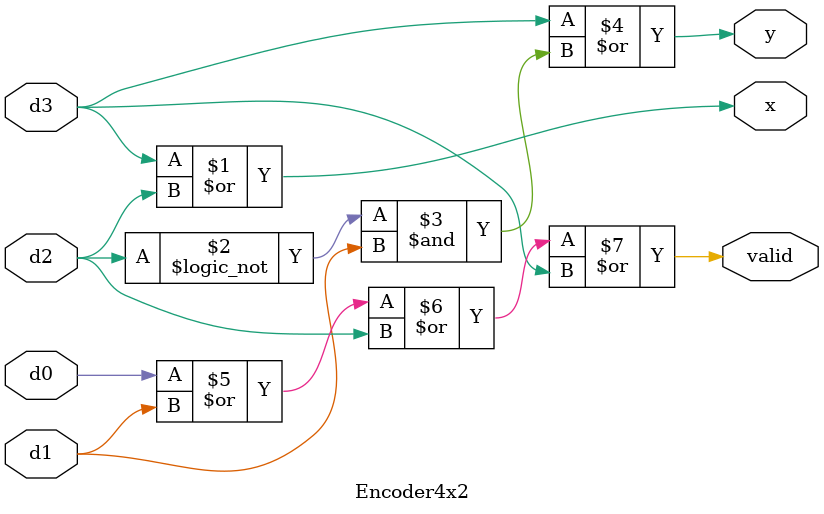
<source format=v>
`timescale 1ns / 1ps
module Encoder4x2(
    input d0,
    input d1,
    input d2,
    input d3,
    output x,
    output y,
    output valid
    );
	 
	 assign x = d3 | d2;
	 assign y = d3 | ((!d2) & d1);
	 assign valid = d0 | d1 | d2 | d3;


endmodule

</source>
